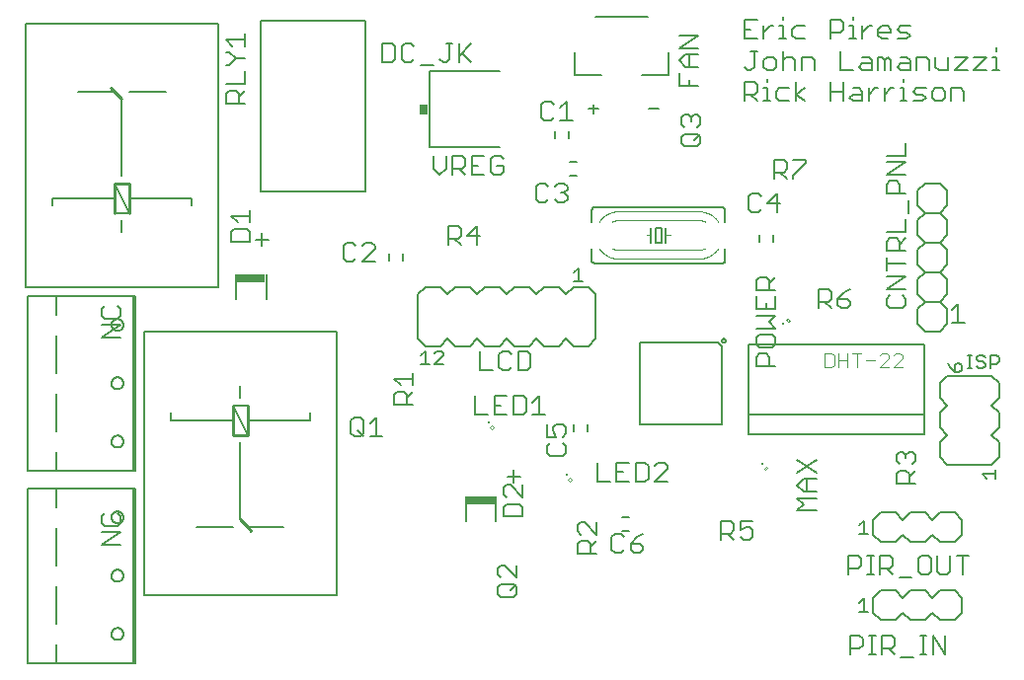
<source format=gto>
G75*
%MOIN*%
%OFA0B0*%
%FSLAX25Y25*%
%IPPOS*%
%LPD*%
%AMOC8*
5,1,8,0,0,1.08239X$1,22.5*
%
%ADD10C,0.00600*%
%ADD11C,0.00800*%
%ADD12R,0.09646X0.02657*%
%ADD13C,0.00500*%
%ADD14C,0.00400*%
%ADD15C,0.00700*%
%ADD16R,0.03000X0.03400*%
%ADD17C,0.00250*%
%ADD18C,0.00984*%
%ADD19C,0.00200*%
%ADD20C,0.01000*%
D10*
X0010800Y0001984D02*
X0020202Y0001984D01*
X0046202Y0001984D01*
X0046202Y0060984D01*
X0047001Y0060984D01*
X0047001Y0001984D01*
X0046202Y0001984D01*
X0039000Y0011785D02*
X0039002Y0011874D01*
X0039008Y0011963D01*
X0039018Y0012052D01*
X0039032Y0012140D01*
X0039049Y0012227D01*
X0039071Y0012313D01*
X0039097Y0012399D01*
X0039126Y0012483D01*
X0039159Y0012566D01*
X0039195Y0012647D01*
X0039236Y0012727D01*
X0039279Y0012804D01*
X0039326Y0012880D01*
X0039377Y0012953D01*
X0039430Y0013024D01*
X0039487Y0013093D01*
X0039547Y0013159D01*
X0039610Y0013223D01*
X0039675Y0013283D01*
X0039743Y0013341D01*
X0039814Y0013395D01*
X0039887Y0013446D01*
X0039962Y0013494D01*
X0040039Y0013539D01*
X0040118Y0013580D01*
X0040199Y0013617D01*
X0040281Y0013651D01*
X0040365Y0013682D01*
X0040450Y0013708D01*
X0040536Y0013731D01*
X0040623Y0013749D01*
X0040711Y0013764D01*
X0040800Y0013775D01*
X0040889Y0013782D01*
X0040978Y0013785D01*
X0041067Y0013784D01*
X0041156Y0013779D01*
X0041244Y0013770D01*
X0041333Y0013757D01*
X0041420Y0013740D01*
X0041507Y0013720D01*
X0041593Y0013695D01*
X0041677Y0013667D01*
X0041760Y0013635D01*
X0041842Y0013599D01*
X0041922Y0013560D01*
X0042000Y0013517D01*
X0042076Y0013471D01*
X0042150Y0013421D01*
X0042222Y0013368D01*
X0042291Y0013312D01*
X0042358Y0013253D01*
X0042422Y0013191D01*
X0042483Y0013127D01*
X0042542Y0013059D01*
X0042597Y0012989D01*
X0042649Y0012917D01*
X0042698Y0012842D01*
X0042743Y0012766D01*
X0042785Y0012687D01*
X0042823Y0012607D01*
X0042858Y0012525D01*
X0042889Y0012441D01*
X0042917Y0012356D01*
X0042940Y0012270D01*
X0042960Y0012183D01*
X0042976Y0012096D01*
X0042988Y0012007D01*
X0042996Y0011919D01*
X0043000Y0011830D01*
X0043000Y0011740D01*
X0042996Y0011651D01*
X0042988Y0011563D01*
X0042976Y0011474D01*
X0042960Y0011387D01*
X0042940Y0011300D01*
X0042917Y0011214D01*
X0042889Y0011129D01*
X0042858Y0011045D01*
X0042823Y0010963D01*
X0042785Y0010883D01*
X0042743Y0010804D01*
X0042698Y0010728D01*
X0042649Y0010653D01*
X0042597Y0010581D01*
X0042542Y0010511D01*
X0042483Y0010443D01*
X0042422Y0010379D01*
X0042358Y0010317D01*
X0042291Y0010258D01*
X0042222Y0010202D01*
X0042150Y0010149D01*
X0042076Y0010099D01*
X0042000Y0010053D01*
X0041922Y0010010D01*
X0041842Y0009971D01*
X0041760Y0009935D01*
X0041677Y0009903D01*
X0041593Y0009875D01*
X0041507Y0009850D01*
X0041420Y0009830D01*
X0041333Y0009813D01*
X0041244Y0009800D01*
X0041156Y0009791D01*
X0041067Y0009786D01*
X0040978Y0009785D01*
X0040889Y0009788D01*
X0040800Y0009795D01*
X0040711Y0009806D01*
X0040623Y0009821D01*
X0040536Y0009839D01*
X0040450Y0009862D01*
X0040365Y0009888D01*
X0040281Y0009919D01*
X0040199Y0009953D01*
X0040118Y0009990D01*
X0040039Y0010031D01*
X0039962Y0010076D01*
X0039887Y0010124D01*
X0039814Y0010175D01*
X0039743Y0010229D01*
X0039675Y0010287D01*
X0039610Y0010347D01*
X0039547Y0010411D01*
X0039487Y0010477D01*
X0039430Y0010546D01*
X0039377Y0010617D01*
X0039326Y0010690D01*
X0039279Y0010766D01*
X0039236Y0010843D01*
X0039195Y0010923D01*
X0039159Y0011004D01*
X0039126Y0011087D01*
X0039097Y0011171D01*
X0039071Y0011257D01*
X0039049Y0011343D01*
X0039032Y0011430D01*
X0039018Y0011518D01*
X0039008Y0011607D01*
X0039002Y0011696D01*
X0039000Y0011785D01*
X0049879Y0025000D02*
X0049879Y0114000D01*
X0114879Y0114000D01*
X0114879Y0025000D01*
X0049879Y0025000D01*
X0039000Y0031485D02*
X0039002Y0031574D01*
X0039008Y0031663D01*
X0039018Y0031752D01*
X0039032Y0031840D01*
X0039049Y0031927D01*
X0039071Y0032013D01*
X0039097Y0032099D01*
X0039126Y0032183D01*
X0039159Y0032266D01*
X0039195Y0032347D01*
X0039236Y0032427D01*
X0039279Y0032504D01*
X0039326Y0032580D01*
X0039377Y0032653D01*
X0039430Y0032724D01*
X0039487Y0032793D01*
X0039547Y0032859D01*
X0039610Y0032923D01*
X0039675Y0032983D01*
X0039743Y0033041D01*
X0039814Y0033095D01*
X0039887Y0033146D01*
X0039962Y0033194D01*
X0040039Y0033239D01*
X0040118Y0033280D01*
X0040199Y0033317D01*
X0040281Y0033351D01*
X0040365Y0033382D01*
X0040450Y0033408D01*
X0040536Y0033431D01*
X0040623Y0033449D01*
X0040711Y0033464D01*
X0040800Y0033475D01*
X0040889Y0033482D01*
X0040978Y0033485D01*
X0041067Y0033484D01*
X0041156Y0033479D01*
X0041244Y0033470D01*
X0041333Y0033457D01*
X0041420Y0033440D01*
X0041507Y0033420D01*
X0041593Y0033395D01*
X0041677Y0033367D01*
X0041760Y0033335D01*
X0041842Y0033299D01*
X0041922Y0033260D01*
X0042000Y0033217D01*
X0042076Y0033171D01*
X0042150Y0033121D01*
X0042222Y0033068D01*
X0042291Y0033012D01*
X0042358Y0032953D01*
X0042422Y0032891D01*
X0042483Y0032827D01*
X0042542Y0032759D01*
X0042597Y0032689D01*
X0042649Y0032617D01*
X0042698Y0032542D01*
X0042743Y0032466D01*
X0042785Y0032387D01*
X0042823Y0032307D01*
X0042858Y0032225D01*
X0042889Y0032141D01*
X0042917Y0032056D01*
X0042940Y0031970D01*
X0042960Y0031883D01*
X0042976Y0031796D01*
X0042988Y0031707D01*
X0042996Y0031619D01*
X0043000Y0031530D01*
X0043000Y0031440D01*
X0042996Y0031351D01*
X0042988Y0031263D01*
X0042976Y0031174D01*
X0042960Y0031087D01*
X0042940Y0031000D01*
X0042917Y0030914D01*
X0042889Y0030829D01*
X0042858Y0030745D01*
X0042823Y0030663D01*
X0042785Y0030583D01*
X0042743Y0030504D01*
X0042698Y0030428D01*
X0042649Y0030353D01*
X0042597Y0030281D01*
X0042542Y0030211D01*
X0042483Y0030143D01*
X0042422Y0030079D01*
X0042358Y0030017D01*
X0042291Y0029958D01*
X0042222Y0029902D01*
X0042150Y0029849D01*
X0042076Y0029799D01*
X0042000Y0029753D01*
X0041922Y0029710D01*
X0041842Y0029671D01*
X0041760Y0029635D01*
X0041677Y0029603D01*
X0041593Y0029575D01*
X0041507Y0029550D01*
X0041420Y0029530D01*
X0041333Y0029513D01*
X0041244Y0029500D01*
X0041156Y0029491D01*
X0041067Y0029486D01*
X0040978Y0029485D01*
X0040889Y0029488D01*
X0040800Y0029495D01*
X0040711Y0029506D01*
X0040623Y0029521D01*
X0040536Y0029539D01*
X0040450Y0029562D01*
X0040365Y0029588D01*
X0040281Y0029619D01*
X0040199Y0029653D01*
X0040118Y0029690D01*
X0040039Y0029731D01*
X0039962Y0029776D01*
X0039887Y0029824D01*
X0039814Y0029875D01*
X0039743Y0029929D01*
X0039675Y0029987D01*
X0039610Y0030047D01*
X0039547Y0030111D01*
X0039487Y0030177D01*
X0039430Y0030246D01*
X0039377Y0030317D01*
X0039326Y0030390D01*
X0039279Y0030466D01*
X0039236Y0030543D01*
X0039195Y0030623D01*
X0039159Y0030704D01*
X0039126Y0030787D01*
X0039097Y0030871D01*
X0039071Y0030957D01*
X0039049Y0031043D01*
X0039032Y0031130D01*
X0039018Y0031218D01*
X0039008Y0031307D01*
X0039002Y0031396D01*
X0039000Y0031485D01*
X0042079Y0041800D02*
X0035673Y0041800D01*
X0042079Y0046070D01*
X0035673Y0046070D01*
X0036741Y0048245D02*
X0041011Y0048245D01*
X0042079Y0049313D01*
X0042079Y0051448D01*
X0041011Y0052516D01*
X0039000Y0051185D02*
X0039002Y0051274D01*
X0039008Y0051363D01*
X0039018Y0051452D01*
X0039032Y0051540D01*
X0039049Y0051627D01*
X0039071Y0051713D01*
X0039097Y0051799D01*
X0039126Y0051883D01*
X0039159Y0051966D01*
X0039195Y0052047D01*
X0039236Y0052127D01*
X0039279Y0052204D01*
X0039326Y0052280D01*
X0039377Y0052353D01*
X0039430Y0052424D01*
X0039487Y0052493D01*
X0039547Y0052559D01*
X0039610Y0052623D01*
X0039675Y0052683D01*
X0039743Y0052741D01*
X0039814Y0052795D01*
X0039887Y0052846D01*
X0039962Y0052894D01*
X0040039Y0052939D01*
X0040118Y0052980D01*
X0040199Y0053017D01*
X0040281Y0053051D01*
X0040365Y0053082D01*
X0040450Y0053108D01*
X0040536Y0053131D01*
X0040623Y0053149D01*
X0040711Y0053164D01*
X0040800Y0053175D01*
X0040889Y0053182D01*
X0040978Y0053185D01*
X0041067Y0053184D01*
X0041156Y0053179D01*
X0041244Y0053170D01*
X0041333Y0053157D01*
X0041420Y0053140D01*
X0041507Y0053120D01*
X0041593Y0053095D01*
X0041677Y0053067D01*
X0041760Y0053035D01*
X0041842Y0052999D01*
X0041922Y0052960D01*
X0042000Y0052917D01*
X0042076Y0052871D01*
X0042150Y0052821D01*
X0042222Y0052768D01*
X0042291Y0052712D01*
X0042358Y0052653D01*
X0042422Y0052591D01*
X0042483Y0052527D01*
X0042542Y0052459D01*
X0042597Y0052389D01*
X0042649Y0052317D01*
X0042698Y0052242D01*
X0042743Y0052166D01*
X0042785Y0052087D01*
X0042823Y0052007D01*
X0042858Y0051925D01*
X0042889Y0051841D01*
X0042917Y0051756D01*
X0042940Y0051670D01*
X0042960Y0051583D01*
X0042976Y0051496D01*
X0042988Y0051407D01*
X0042996Y0051319D01*
X0043000Y0051230D01*
X0043000Y0051140D01*
X0042996Y0051051D01*
X0042988Y0050963D01*
X0042976Y0050874D01*
X0042960Y0050787D01*
X0042940Y0050700D01*
X0042917Y0050614D01*
X0042889Y0050529D01*
X0042858Y0050445D01*
X0042823Y0050363D01*
X0042785Y0050283D01*
X0042743Y0050204D01*
X0042698Y0050128D01*
X0042649Y0050053D01*
X0042597Y0049981D01*
X0042542Y0049911D01*
X0042483Y0049843D01*
X0042422Y0049779D01*
X0042358Y0049717D01*
X0042291Y0049658D01*
X0042222Y0049602D01*
X0042150Y0049549D01*
X0042076Y0049499D01*
X0042000Y0049453D01*
X0041922Y0049410D01*
X0041842Y0049371D01*
X0041760Y0049335D01*
X0041677Y0049303D01*
X0041593Y0049275D01*
X0041507Y0049250D01*
X0041420Y0049230D01*
X0041333Y0049213D01*
X0041244Y0049200D01*
X0041156Y0049191D01*
X0041067Y0049186D01*
X0040978Y0049185D01*
X0040889Y0049188D01*
X0040800Y0049195D01*
X0040711Y0049206D01*
X0040623Y0049221D01*
X0040536Y0049239D01*
X0040450Y0049262D01*
X0040365Y0049288D01*
X0040281Y0049319D01*
X0040199Y0049353D01*
X0040118Y0049390D01*
X0040039Y0049431D01*
X0039962Y0049476D01*
X0039887Y0049524D01*
X0039814Y0049575D01*
X0039743Y0049629D01*
X0039675Y0049687D01*
X0039610Y0049747D01*
X0039547Y0049811D01*
X0039487Y0049877D01*
X0039430Y0049946D01*
X0039377Y0050017D01*
X0039326Y0050090D01*
X0039279Y0050166D01*
X0039236Y0050243D01*
X0039195Y0050323D01*
X0039159Y0050404D01*
X0039126Y0050487D01*
X0039097Y0050571D01*
X0039071Y0050657D01*
X0039049Y0050743D01*
X0039032Y0050830D01*
X0039018Y0050918D01*
X0039008Y0051007D01*
X0039002Y0051096D01*
X0039000Y0051185D01*
X0036741Y0052516D02*
X0035673Y0051448D01*
X0035673Y0049313D01*
X0036741Y0048245D01*
X0020202Y0047685D02*
X0020202Y0034984D01*
X0020202Y0027984D02*
X0020202Y0015283D01*
X0020202Y0008283D02*
X0020202Y0001984D01*
X0010800Y0001984D02*
X0010800Y0060984D01*
X0020202Y0060984D01*
X0046202Y0060984D01*
X0046202Y0066984D02*
X0020202Y0066984D01*
X0010800Y0066984D01*
X0010800Y0125984D01*
X0020202Y0125984D01*
X0046202Y0125984D01*
X0047001Y0125984D01*
X0047001Y0066984D01*
X0046202Y0066984D01*
X0046202Y0125984D01*
X0042079Y0121448D02*
X0041011Y0122516D01*
X0042079Y0121448D02*
X0042079Y0119313D01*
X0041011Y0118245D01*
X0036741Y0118245D01*
X0035673Y0119313D01*
X0035673Y0121448D01*
X0036741Y0122516D01*
X0035673Y0116070D02*
X0042079Y0116070D01*
X0035673Y0111800D01*
X0042079Y0111800D01*
X0039000Y0116185D02*
X0039002Y0116274D01*
X0039008Y0116363D01*
X0039018Y0116452D01*
X0039032Y0116540D01*
X0039049Y0116627D01*
X0039071Y0116713D01*
X0039097Y0116799D01*
X0039126Y0116883D01*
X0039159Y0116966D01*
X0039195Y0117047D01*
X0039236Y0117127D01*
X0039279Y0117204D01*
X0039326Y0117280D01*
X0039377Y0117353D01*
X0039430Y0117424D01*
X0039487Y0117493D01*
X0039547Y0117559D01*
X0039610Y0117623D01*
X0039675Y0117683D01*
X0039743Y0117741D01*
X0039814Y0117795D01*
X0039887Y0117846D01*
X0039962Y0117894D01*
X0040039Y0117939D01*
X0040118Y0117980D01*
X0040199Y0118017D01*
X0040281Y0118051D01*
X0040365Y0118082D01*
X0040450Y0118108D01*
X0040536Y0118131D01*
X0040623Y0118149D01*
X0040711Y0118164D01*
X0040800Y0118175D01*
X0040889Y0118182D01*
X0040978Y0118185D01*
X0041067Y0118184D01*
X0041156Y0118179D01*
X0041244Y0118170D01*
X0041333Y0118157D01*
X0041420Y0118140D01*
X0041507Y0118120D01*
X0041593Y0118095D01*
X0041677Y0118067D01*
X0041760Y0118035D01*
X0041842Y0117999D01*
X0041922Y0117960D01*
X0042000Y0117917D01*
X0042076Y0117871D01*
X0042150Y0117821D01*
X0042222Y0117768D01*
X0042291Y0117712D01*
X0042358Y0117653D01*
X0042422Y0117591D01*
X0042483Y0117527D01*
X0042542Y0117459D01*
X0042597Y0117389D01*
X0042649Y0117317D01*
X0042698Y0117242D01*
X0042743Y0117166D01*
X0042785Y0117087D01*
X0042823Y0117007D01*
X0042858Y0116925D01*
X0042889Y0116841D01*
X0042917Y0116756D01*
X0042940Y0116670D01*
X0042960Y0116583D01*
X0042976Y0116496D01*
X0042988Y0116407D01*
X0042996Y0116319D01*
X0043000Y0116230D01*
X0043000Y0116140D01*
X0042996Y0116051D01*
X0042988Y0115963D01*
X0042976Y0115874D01*
X0042960Y0115787D01*
X0042940Y0115700D01*
X0042917Y0115614D01*
X0042889Y0115529D01*
X0042858Y0115445D01*
X0042823Y0115363D01*
X0042785Y0115283D01*
X0042743Y0115204D01*
X0042698Y0115128D01*
X0042649Y0115053D01*
X0042597Y0114981D01*
X0042542Y0114911D01*
X0042483Y0114843D01*
X0042422Y0114779D01*
X0042358Y0114717D01*
X0042291Y0114658D01*
X0042222Y0114602D01*
X0042150Y0114549D01*
X0042076Y0114499D01*
X0042000Y0114453D01*
X0041922Y0114410D01*
X0041842Y0114371D01*
X0041760Y0114335D01*
X0041677Y0114303D01*
X0041593Y0114275D01*
X0041507Y0114250D01*
X0041420Y0114230D01*
X0041333Y0114213D01*
X0041244Y0114200D01*
X0041156Y0114191D01*
X0041067Y0114186D01*
X0040978Y0114185D01*
X0040889Y0114188D01*
X0040800Y0114195D01*
X0040711Y0114206D01*
X0040623Y0114221D01*
X0040536Y0114239D01*
X0040450Y0114262D01*
X0040365Y0114288D01*
X0040281Y0114319D01*
X0040199Y0114353D01*
X0040118Y0114390D01*
X0040039Y0114431D01*
X0039962Y0114476D01*
X0039887Y0114524D01*
X0039814Y0114575D01*
X0039743Y0114629D01*
X0039675Y0114687D01*
X0039610Y0114747D01*
X0039547Y0114811D01*
X0039487Y0114877D01*
X0039430Y0114946D01*
X0039377Y0115017D01*
X0039326Y0115090D01*
X0039279Y0115166D01*
X0039236Y0115243D01*
X0039195Y0115323D01*
X0039159Y0115404D01*
X0039126Y0115487D01*
X0039097Y0115571D01*
X0039071Y0115657D01*
X0039049Y0115743D01*
X0039032Y0115830D01*
X0039018Y0115918D01*
X0039008Y0116007D01*
X0039002Y0116096D01*
X0039000Y0116185D01*
X0020202Y0112685D02*
X0020202Y0099984D01*
X0020202Y0092984D02*
X0020202Y0080283D01*
X0020202Y0073283D02*
X0020202Y0066984D01*
X0020202Y0060984D02*
X0020202Y0054685D01*
X0039000Y0076785D02*
X0039002Y0076874D01*
X0039008Y0076963D01*
X0039018Y0077052D01*
X0039032Y0077140D01*
X0039049Y0077227D01*
X0039071Y0077313D01*
X0039097Y0077399D01*
X0039126Y0077483D01*
X0039159Y0077566D01*
X0039195Y0077647D01*
X0039236Y0077727D01*
X0039279Y0077804D01*
X0039326Y0077880D01*
X0039377Y0077953D01*
X0039430Y0078024D01*
X0039487Y0078093D01*
X0039547Y0078159D01*
X0039610Y0078223D01*
X0039675Y0078283D01*
X0039743Y0078341D01*
X0039814Y0078395D01*
X0039887Y0078446D01*
X0039962Y0078494D01*
X0040039Y0078539D01*
X0040118Y0078580D01*
X0040199Y0078617D01*
X0040281Y0078651D01*
X0040365Y0078682D01*
X0040450Y0078708D01*
X0040536Y0078731D01*
X0040623Y0078749D01*
X0040711Y0078764D01*
X0040800Y0078775D01*
X0040889Y0078782D01*
X0040978Y0078785D01*
X0041067Y0078784D01*
X0041156Y0078779D01*
X0041244Y0078770D01*
X0041333Y0078757D01*
X0041420Y0078740D01*
X0041507Y0078720D01*
X0041593Y0078695D01*
X0041677Y0078667D01*
X0041760Y0078635D01*
X0041842Y0078599D01*
X0041922Y0078560D01*
X0042000Y0078517D01*
X0042076Y0078471D01*
X0042150Y0078421D01*
X0042222Y0078368D01*
X0042291Y0078312D01*
X0042358Y0078253D01*
X0042422Y0078191D01*
X0042483Y0078127D01*
X0042542Y0078059D01*
X0042597Y0077989D01*
X0042649Y0077917D01*
X0042698Y0077842D01*
X0042743Y0077766D01*
X0042785Y0077687D01*
X0042823Y0077607D01*
X0042858Y0077525D01*
X0042889Y0077441D01*
X0042917Y0077356D01*
X0042940Y0077270D01*
X0042960Y0077183D01*
X0042976Y0077096D01*
X0042988Y0077007D01*
X0042996Y0076919D01*
X0043000Y0076830D01*
X0043000Y0076740D01*
X0042996Y0076651D01*
X0042988Y0076563D01*
X0042976Y0076474D01*
X0042960Y0076387D01*
X0042940Y0076300D01*
X0042917Y0076214D01*
X0042889Y0076129D01*
X0042858Y0076045D01*
X0042823Y0075963D01*
X0042785Y0075883D01*
X0042743Y0075804D01*
X0042698Y0075728D01*
X0042649Y0075653D01*
X0042597Y0075581D01*
X0042542Y0075511D01*
X0042483Y0075443D01*
X0042422Y0075379D01*
X0042358Y0075317D01*
X0042291Y0075258D01*
X0042222Y0075202D01*
X0042150Y0075149D01*
X0042076Y0075099D01*
X0042000Y0075053D01*
X0041922Y0075010D01*
X0041842Y0074971D01*
X0041760Y0074935D01*
X0041677Y0074903D01*
X0041593Y0074875D01*
X0041507Y0074850D01*
X0041420Y0074830D01*
X0041333Y0074813D01*
X0041244Y0074800D01*
X0041156Y0074791D01*
X0041067Y0074786D01*
X0040978Y0074785D01*
X0040889Y0074788D01*
X0040800Y0074795D01*
X0040711Y0074806D01*
X0040623Y0074821D01*
X0040536Y0074839D01*
X0040450Y0074862D01*
X0040365Y0074888D01*
X0040281Y0074919D01*
X0040199Y0074953D01*
X0040118Y0074990D01*
X0040039Y0075031D01*
X0039962Y0075076D01*
X0039887Y0075124D01*
X0039814Y0075175D01*
X0039743Y0075229D01*
X0039675Y0075287D01*
X0039610Y0075347D01*
X0039547Y0075411D01*
X0039487Y0075477D01*
X0039430Y0075546D01*
X0039377Y0075617D01*
X0039326Y0075690D01*
X0039279Y0075766D01*
X0039236Y0075843D01*
X0039195Y0075923D01*
X0039159Y0076004D01*
X0039126Y0076087D01*
X0039097Y0076171D01*
X0039071Y0076257D01*
X0039049Y0076343D01*
X0039032Y0076430D01*
X0039018Y0076518D01*
X0039008Y0076607D01*
X0039002Y0076696D01*
X0039000Y0076785D01*
X0058879Y0084000D02*
X0058879Y0086500D01*
X0058879Y0084000D02*
X0079879Y0084000D01*
X0084879Y0084000D02*
X0105879Y0084000D01*
X0105879Y0086500D01*
X0119788Y0083888D02*
X0119788Y0079618D01*
X0120855Y0078550D01*
X0122990Y0078550D01*
X0124058Y0079618D01*
X0124058Y0083888D01*
X0122990Y0084955D01*
X0120855Y0084955D01*
X0119788Y0083888D01*
X0121923Y0080685D02*
X0124058Y0078550D01*
X0126233Y0078550D02*
X0130504Y0078550D01*
X0128368Y0078550D02*
X0128368Y0084955D01*
X0126233Y0082820D01*
X0134423Y0089300D02*
X0134423Y0092503D01*
X0135491Y0093570D01*
X0137626Y0093570D01*
X0138694Y0092503D01*
X0138694Y0089300D01*
X0140829Y0089300D02*
X0134423Y0089300D01*
X0138694Y0091435D02*
X0140829Y0093570D01*
X0140829Y0095745D02*
X0140829Y0100016D01*
X0140829Y0097881D02*
X0134423Y0097881D01*
X0136558Y0095745D01*
X0144879Y0109000D02*
X0142379Y0111500D01*
X0142379Y0126500D01*
X0144879Y0129000D01*
X0149879Y0129000D01*
X0152379Y0126500D01*
X0154879Y0129000D01*
X0159879Y0129000D01*
X0162379Y0126500D01*
X0164879Y0129000D01*
X0169879Y0129000D01*
X0172379Y0126500D01*
X0174879Y0129000D01*
X0179879Y0129000D01*
X0182379Y0126500D01*
X0184879Y0129000D01*
X0189879Y0129000D01*
X0192379Y0126500D01*
X0194879Y0129000D01*
X0199879Y0129000D01*
X0202379Y0126500D01*
X0202379Y0111500D01*
X0199879Y0109000D01*
X0194879Y0109000D01*
X0192379Y0111500D01*
X0189879Y0109000D01*
X0184879Y0109000D01*
X0182379Y0111500D01*
X0179879Y0109000D01*
X0174879Y0109000D01*
X0172379Y0111500D01*
X0169879Y0109000D01*
X0164879Y0109000D01*
X0162379Y0111500D01*
X0159879Y0109000D01*
X0154879Y0109000D01*
X0152379Y0111500D01*
X0149879Y0109000D01*
X0144879Y0109000D01*
X0161773Y0092142D02*
X0161773Y0085737D01*
X0166044Y0085737D01*
X0168219Y0085737D02*
X0172489Y0085737D01*
X0174664Y0085737D02*
X0177867Y0085737D01*
X0178935Y0086805D01*
X0178935Y0091075D01*
X0177867Y0092142D01*
X0174664Y0092142D01*
X0174664Y0085737D01*
X0181110Y0085737D02*
X0185380Y0085737D01*
X0183245Y0085737D02*
X0183245Y0092142D01*
X0181110Y0090007D01*
X0172489Y0092142D02*
X0168219Y0092142D01*
X0168219Y0085737D01*
X0168219Y0088940D02*
X0170354Y0088940D01*
X0185923Y0082625D02*
X0185923Y0078354D01*
X0189126Y0078354D01*
X0188058Y0080490D01*
X0188058Y0081557D01*
X0189126Y0082625D01*
X0191261Y0082625D01*
X0192329Y0081557D01*
X0192329Y0079422D01*
X0191261Y0078354D01*
X0191261Y0076179D02*
X0192329Y0075112D01*
X0192329Y0072977D01*
X0191261Y0071909D01*
X0186991Y0071909D01*
X0185923Y0072977D01*
X0185923Y0075112D01*
X0186991Y0076179D01*
X0195017Y0080319D02*
X0195017Y0082681D01*
X0199741Y0082681D02*
X0199741Y0080319D01*
X0203023Y0069642D02*
X0203023Y0063237D01*
X0207294Y0063237D01*
X0209469Y0063237D02*
X0213739Y0063237D01*
X0215914Y0063237D02*
X0219117Y0063237D01*
X0220185Y0064305D01*
X0220185Y0068575D01*
X0219117Y0069642D01*
X0215914Y0069642D01*
X0215914Y0063237D01*
X0211604Y0066440D02*
X0209469Y0066440D01*
X0209469Y0069642D02*
X0209469Y0063237D01*
X0209469Y0069642D02*
X0213739Y0069642D01*
X0222360Y0068575D02*
X0223427Y0069642D01*
X0225562Y0069642D01*
X0226630Y0068575D01*
X0226630Y0067507D01*
X0222360Y0063237D01*
X0226630Y0063237D01*
X0213560Y0051362D02*
X0211198Y0051362D01*
X0211198Y0046638D02*
X0213560Y0046638D01*
X0212058Y0044388D02*
X0210990Y0045455D01*
X0208855Y0045455D01*
X0207788Y0044388D01*
X0207788Y0040118D01*
X0208855Y0039050D01*
X0210990Y0039050D01*
X0212058Y0040118D01*
X0214233Y0040118D02*
X0215301Y0039050D01*
X0217436Y0039050D01*
X0218504Y0040118D01*
X0218504Y0041185D01*
X0217436Y0042253D01*
X0214233Y0042253D01*
X0214233Y0040118D01*
X0214233Y0042253D02*
X0216368Y0044388D01*
X0218504Y0045455D01*
X0202829Y0045354D02*
X0198558Y0049625D01*
X0197491Y0049625D01*
X0196423Y0048557D01*
X0196423Y0046422D01*
X0197491Y0045354D01*
X0197491Y0043179D02*
X0199626Y0043179D01*
X0200694Y0042112D01*
X0200694Y0038909D01*
X0202829Y0038909D02*
X0196423Y0038909D01*
X0196423Y0042112D01*
X0197491Y0043179D01*
X0200694Y0041044D02*
X0202829Y0043179D01*
X0202829Y0045354D02*
X0202829Y0049625D01*
X0177829Y0051409D02*
X0177829Y0054612D01*
X0176761Y0055679D01*
X0172491Y0055679D01*
X0171423Y0054612D01*
X0171423Y0051409D01*
X0177829Y0051409D01*
X0177829Y0057854D02*
X0173558Y0062125D01*
X0172491Y0062125D01*
X0171423Y0061057D01*
X0171423Y0058922D01*
X0172491Y0057854D01*
X0177829Y0057854D02*
X0177829Y0062125D01*
X0176949Y0065003D02*
X0172679Y0065003D01*
X0174814Y0067138D02*
X0174814Y0062868D01*
X0175829Y0035016D02*
X0175829Y0030745D01*
X0171558Y0035016D01*
X0170491Y0035016D01*
X0169423Y0033948D01*
X0169423Y0031813D01*
X0170491Y0030745D01*
X0170491Y0028570D02*
X0174761Y0028570D01*
X0175829Y0027503D01*
X0175829Y0025368D01*
X0174761Y0024300D01*
X0170491Y0024300D01*
X0169423Y0025368D01*
X0169423Y0027503D01*
X0170491Y0028570D01*
X0173694Y0026435D02*
X0175829Y0028570D01*
X0244788Y0043550D02*
X0244788Y0049955D01*
X0247990Y0049955D01*
X0249058Y0048888D01*
X0249058Y0046753D01*
X0247990Y0045685D01*
X0244788Y0045685D01*
X0246923Y0045685D02*
X0249058Y0043550D01*
X0251233Y0044618D02*
X0252301Y0043550D01*
X0254436Y0043550D01*
X0255504Y0044618D01*
X0255504Y0046753D01*
X0254436Y0047820D01*
X0253368Y0047820D01*
X0251233Y0046753D01*
X0251233Y0049955D01*
X0255504Y0049955D01*
X0270486Y0053394D02*
X0272621Y0055530D01*
X0270486Y0057665D01*
X0276892Y0057665D01*
X0276892Y0059840D02*
X0272621Y0059840D01*
X0270486Y0061975D01*
X0272621Y0064110D01*
X0276892Y0064110D01*
X0276892Y0066285D02*
X0270486Y0070556D01*
X0270486Y0066285D02*
X0276892Y0070556D01*
X0273689Y0064110D02*
X0273689Y0059840D01*
X0276892Y0053394D02*
X0270486Y0053394D01*
X0287679Y0038205D02*
X0290881Y0038205D01*
X0291949Y0037138D01*
X0291949Y0035003D01*
X0290881Y0033935D01*
X0287679Y0033935D01*
X0287679Y0031800D02*
X0287679Y0038205D01*
X0294124Y0038205D02*
X0296259Y0038205D01*
X0295192Y0038205D02*
X0295192Y0031800D01*
X0296259Y0031800D02*
X0294124Y0031800D01*
X0298421Y0031800D02*
X0298421Y0038205D01*
X0301624Y0038205D01*
X0302692Y0037138D01*
X0302692Y0035003D01*
X0301624Y0033935D01*
X0298421Y0033935D01*
X0300556Y0033935D02*
X0302692Y0031800D01*
X0304867Y0030732D02*
X0309137Y0030732D01*
X0311312Y0032868D02*
X0312380Y0031800D01*
X0314515Y0031800D01*
X0315583Y0032868D01*
X0315583Y0037138D01*
X0314515Y0038205D01*
X0312380Y0038205D01*
X0311312Y0037138D01*
X0311312Y0032868D01*
X0317758Y0032868D02*
X0317758Y0038205D01*
X0322028Y0038205D02*
X0322028Y0032868D01*
X0320960Y0031800D01*
X0318825Y0031800D01*
X0317758Y0032868D01*
X0324203Y0038205D02*
X0328474Y0038205D01*
X0326338Y0038205D02*
X0326338Y0031800D01*
X0323629Y0026500D02*
X0318629Y0026500D01*
X0316129Y0024000D01*
X0313629Y0026500D01*
X0308629Y0026500D01*
X0306129Y0024000D01*
X0303629Y0026500D01*
X0298629Y0026500D01*
X0296129Y0024000D01*
X0296129Y0019000D01*
X0298629Y0016500D01*
X0303629Y0016500D01*
X0306129Y0019000D01*
X0308629Y0016500D01*
X0313629Y0016500D01*
X0316129Y0019000D01*
X0318629Y0016500D01*
X0323629Y0016500D01*
X0326129Y0019000D01*
X0326129Y0024000D01*
X0323629Y0026500D01*
X0320503Y0011205D02*
X0320503Y0004800D01*
X0316233Y0011205D01*
X0316233Y0004800D01*
X0314071Y0004800D02*
X0311936Y0004800D01*
X0313004Y0004800D02*
X0313004Y0011205D01*
X0314071Y0011205D02*
X0311936Y0011205D01*
X0309761Y0003732D02*
X0305491Y0003732D01*
X0303316Y0004800D02*
X0301180Y0006935D01*
X0302248Y0006935D02*
X0299045Y0006935D01*
X0299045Y0004800D02*
X0299045Y0011205D01*
X0302248Y0011205D01*
X0303316Y0010138D01*
X0303316Y0008003D01*
X0302248Y0006935D01*
X0296883Y0004800D02*
X0294748Y0004800D01*
X0295816Y0004800D02*
X0295816Y0011205D01*
X0296883Y0011205D02*
X0294748Y0011205D01*
X0292573Y0010138D02*
X0292573Y0008003D01*
X0291505Y0006935D01*
X0288303Y0006935D01*
X0288303Y0004800D02*
X0288303Y0011205D01*
X0291505Y0011205D01*
X0292573Y0010138D01*
X0298629Y0042750D02*
X0303629Y0042750D01*
X0306129Y0045250D01*
X0308629Y0042750D01*
X0313629Y0042750D01*
X0316129Y0045250D01*
X0318629Y0042750D01*
X0323629Y0042750D01*
X0326129Y0045250D01*
X0326129Y0050250D01*
X0323629Y0052750D01*
X0318629Y0052750D01*
X0316129Y0050250D01*
X0313629Y0052750D01*
X0308629Y0052750D01*
X0306129Y0050250D01*
X0303629Y0052750D01*
X0298629Y0052750D01*
X0296129Y0050250D01*
X0296129Y0045250D01*
X0298629Y0042750D01*
X0303923Y0062659D02*
X0303923Y0065862D01*
X0304991Y0066929D01*
X0307126Y0066929D01*
X0308194Y0065862D01*
X0308194Y0062659D01*
X0310329Y0062659D02*
X0303923Y0062659D01*
X0308194Y0064794D02*
X0310329Y0066929D01*
X0309261Y0069104D02*
X0310329Y0070172D01*
X0310329Y0072307D01*
X0309261Y0073375D01*
X0308194Y0073375D01*
X0307126Y0072307D01*
X0307126Y0071240D01*
X0307126Y0072307D02*
X0306058Y0073375D01*
X0304991Y0073375D01*
X0303923Y0072307D01*
X0303923Y0070172D01*
X0304991Y0069104D01*
X0318629Y0071500D02*
X0321129Y0069000D01*
X0336129Y0069000D01*
X0338629Y0071500D01*
X0338629Y0076500D01*
X0336129Y0079000D01*
X0338629Y0081500D01*
X0338629Y0086500D01*
X0336129Y0089000D01*
X0338629Y0091500D01*
X0338629Y0096500D01*
X0336129Y0099000D01*
X0321129Y0099000D01*
X0318629Y0096500D01*
X0318629Y0091500D01*
X0321129Y0089000D01*
X0318629Y0086500D01*
X0318629Y0081500D01*
X0321129Y0079000D01*
X0318629Y0076500D01*
X0318629Y0071500D01*
X0263142Y0102144D02*
X0256736Y0102144D01*
X0256736Y0105347D01*
X0257804Y0106415D01*
X0259939Y0106415D01*
X0261007Y0105347D01*
X0261007Y0102144D01*
X0262074Y0108590D02*
X0257804Y0108590D01*
X0256736Y0109658D01*
X0256736Y0111793D01*
X0257804Y0112860D01*
X0262074Y0112860D01*
X0263142Y0111793D01*
X0263142Y0109658D01*
X0262074Y0108590D01*
X0263142Y0115035D02*
X0256736Y0115035D01*
X0261007Y0117171D02*
X0263142Y0119306D01*
X0256736Y0119306D01*
X0256736Y0121481D02*
X0263142Y0121481D01*
X0263142Y0125751D01*
X0263142Y0127926D02*
X0256736Y0127926D01*
X0256736Y0131129D01*
X0257804Y0132197D01*
X0259939Y0132197D01*
X0261007Y0131129D01*
X0261007Y0127926D01*
X0261007Y0130062D02*
X0263142Y0132197D01*
X0256736Y0125751D02*
X0256736Y0121481D01*
X0259939Y0121481D02*
X0259939Y0123616D01*
X0261007Y0117171D02*
X0263142Y0115035D01*
X0277679Y0121800D02*
X0277679Y0128205D01*
X0280881Y0128205D01*
X0281949Y0127138D01*
X0281949Y0125003D01*
X0280881Y0123935D01*
X0277679Y0123935D01*
X0279814Y0123935D02*
X0281949Y0121800D01*
X0284124Y0122868D02*
X0284124Y0125003D01*
X0287327Y0125003D01*
X0288395Y0123935D01*
X0288395Y0122868D01*
X0287327Y0121800D01*
X0285192Y0121800D01*
X0284124Y0122868D01*
X0284124Y0125003D02*
X0286259Y0127138D01*
X0288395Y0128205D01*
X0300673Y0128245D02*
X0307079Y0132516D01*
X0300673Y0132516D01*
X0300673Y0134691D02*
X0300673Y0138961D01*
X0300673Y0136826D02*
X0307079Y0136826D01*
X0311129Y0136500D02*
X0313629Y0134000D01*
X0318629Y0134000D01*
X0321129Y0131500D01*
X0321129Y0126500D01*
X0318629Y0124000D01*
X0321129Y0121500D01*
X0321129Y0116500D01*
X0318629Y0114000D01*
X0313629Y0114000D01*
X0311129Y0116500D01*
X0311129Y0121500D01*
X0313629Y0124000D01*
X0311129Y0126500D01*
X0311129Y0131500D01*
X0313629Y0134000D01*
X0311129Y0136500D02*
X0311129Y0141500D01*
X0313629Y0144000D01*
X0311129Y0146500D01*
X0311129Y0151500D01*
X0313629Y0154000D01*
X0311129Y0156500D01*
X0311129Y0161500D01*
X0313629Y0164000D01*
X0318629Y0164000D01*
X0321129Y0161500D01*
X0321129Y0156500D01*
X0318629Y0154000D01*
X0321129Y0151500D01*
X0321129Y0146500D01*
X0318629Y0144000D01*
X0321129Y0141500D01*
X0321129Y0136500D01*
X0318629Y0134000D01*
X0307079Y0128245D02*
X0300673Y0128245D01*
X0301741Y0126070D02*
X0300673Y0125003D01*
X0300673Y0122868D01*
X0301741Y0121800D01*
X0306011Y0121800D01*
X0307079Y0122868D01*
X0307079Y0125003D01*
X0306011Y0126070D01*
X0313629Y0124000D02*
X0318629Y0124000D01*
X0322679Y0121070D02*
X0324814Y0123205D01*
X0324814Y0116800D01*
X0322679Y0116800D02*
X0326949Y0116800D01*
X0307079Y0141136D02*
X0300673Y0141136D01*
X0300673Y0144339D01*
X0301741Y0145407D01*
X0303876Y0145407D01*
X0304944Y0144339D01*
X0304944Y0141136D01*
X0304944Y0143272D02*
X0307079Y0145407D01*
X0307079Y0147582D02*
X0307079Y0151852D01*
X0308146Y0154027D02*
X0308146Y0158298D01*
X0307079Y0160473D02*
X0300673Y0160473D01*
X0300673Y0163676D01*
X0301741Y0164743D01*
X0303876Y0164743D01*
X0304944Y0163676D01*
X0304944Y0160473D01*
X0313629Y0154000D02*
X0318629Y0154000D01*
X0307079Y0147582D02*
X0300673Y0147582D01*
X0313629Y0144000D02*
X0318629Y0144000D01*
X0307079Y0166918D02*
X0300673Y0166918D01*
X0307079Y0171189D01*
X0300673Y0171189D01*
X0300673Y0173364D02*
X0307079Y0173364D01*
X0307079Y0177634D01*
X0307452Y0191800D02*
X0305317Y0191800D01*
X0306385Y0191800D02*
X0306385Y0196070D01*
X0305317Y0196070D01*
X0303148Y0196070D02*
X0302081Y0196070D01*
X0299946Y0193935D01*
X0299946Y0191800D02*
X0299946Y0196070D01*
X0297777Y0196070D02*
X0296710Y0196070D01*
X0294574Y0193935D01*
X0294574Y0191800D02*
X0294574Y0196070D01*
X0292399Y0195003D02*
X0292399Y0191800D01*
X0289197Y0191800D01*
X0288129Y0192868D01*
X0289197Y0193935D01*
X0292399Y0193935D01*
X0292399Y0195003D02*
X0291332Y0196070D01*
X0289197Y0196070D01*
X0285954Y0195003D02*
X0281683Y0195003D01*
X0281683Y0198205D02*
X0281683Y0191800D01*
X0285954Y0191800D02*
X0285954Y0198205D01*
X0284906Y0202300D02*
X0289177Y0202300D01*
X0291352Y0203368D02*
X0292419Y0204435D01*
X0295622Y0204435D01*
X0295622Y0205503D02*
X0295622Y0202300D01*
X0292419Y0202300D01*
X0291352Y0203368D01*
X0292419Y0206570D02*
X0294554Y0206570D01*
X0295622Y0205503D01*
X0297797Y0206570D02*
X0298865Y0206570D01*
X0299932Y0205503D01*
X0301000Y0206570D01*
X0302068Y0205503D01*
X0302068Y0202300D01*
X0299932Y0202300D02*
X0299932Y0205503D01*
X0297797Y0206570D02*
X0297797Y0202300D01*
X0304243Y0203368D02*
X0305310Y0202300D01*
X0308513Y0202300D01*
X0308513Y0205503D01*
X0307445Y0206570D01*
X0305310Y0206570D01*
X0305310Y0204435D02*
X0308513Y0204435D01*
X0310688Y0202300D02*
X0310688Y0206570D01*
X0313891Y0206570D01*
X0314959Y0205503D01*
X0314959Y0202300D01*
X0317134Y0203368D02*
X0318201Y0202300D01*
X0321404Y0202300D01*
X0321404Y0206570D01*
X0323579Y0206570D02*
X0327850Y0206570D01*
X0323579Y0202300D01*
X0327850Y0202300D01*
X0330025Y0202300D02*
X0334295Y0202300D01*
X0336470Y0202300D02*
X0338605Y0202300D01*
X0337538Y0202300D02*
X0337538Y0206570D01*
X0336470Y0206570D01*
X0334295Y0206570D02*
X0330025Y0202300D01*
X0330025Y0206570D02*
X0334295Y0206570D01*
X0337538Y0208705D02*
X0337538Y0209773D01*
X0325708Y0196070D02*
X0322505Y0196070D01*
X0322505Y0191800D01*
X0320330Y0192868D02*
X0320330Y0195003D01*
X0319262Y0196070D01*
X0317127Y0196070D01*
X0316059Y0195003D01*
X0316059Y0192868D01*
X0317127Y0191800D01*
X0319262Y0191800D01*
X0320330Y0192868D01*
X0325708Y0196070D02*
X0326775Y0195003D01*
X0326775Y0191800D01*
X0313884Y0192868D02*
X0312817Y0193935D01*
X0310682Y0193935D01*
X0309614Y0195003D01*
X0310682Y0196070D01*
X0313884Y0196070D01*
X0313884Y0192868D02*
X0312817Y0191800D01*
X0309614Y0191800D01*
X0306385Y0198205D02*
X0306385Y0199273D01*
X0304243Y0203368D02*
X0305310Y0204435D01*
X0317134Y0203368D02*
X0317134Y0206570D01*
X0308513Y0213868D02*
X0307445Y0214935D01*
X0305310Y0214935D01*
X0304243Y0216003D01*
X0305310Y0217070D01*
X0308513Y0217070D01*
X0308513Y0213868D02*
X0307445Y0212800D01*
X0304243Y0212800D01*
X0302068Y0214935D02*
X0297797Y0214935D01*
X0297797Y0213868D02*
X0297797Y0216003D01*
X0298865Y0217070D01*
X0301000Y0217070D01*
X0302068Y0216003D01*
X0302068Y0214935D01*
X0301000Y0212800D02*
X0298865Y0212800D01*
X0297797Y0213868D01*
X0295629Y0217070D02*
X0294561Y0217070D01*
X0292426Y0214935D01*
X0292426Y0212800D02*
X0292426Y0217070D01*
X0289197Y0217070D02*
X0289197Y0212800D01*
X0290264Y0212800D02*
X0288129Y0212800D01*
X0285954Y0216003D02*
X0284886Y0214935D01*
X0281683Y0214935D01*
X0281683Y0212800D02*
X0281683Y0219205D01*
X0284886Y0219205D01*
X0285954Y0218138D01*
X0285954Y0216003D01*
X0288129Y0217070D02*
X0289197Y0217070D01*
X0289197Y0219205D02*
X0289197Y0220273D01*
X0273063Y0217070D02*
X0269860Y0217070D01*
X0268792Y0216003D01*
X0268792Y0213868D01*
X0269860Y0212800D01*
X0273063Y0212800D01*
X0266631Y0212800D02*
X0264495Y0212800D01*
X0265563Y0212800D02*
X0265563Y0217070D01*
X0264495Y0217070D01*
X0262327Y0217070D02*
X0261259Y0217070D01*
X0259124Y0214935D01*
X0259124Y0212800D02*
X0259124Y0217070D01*
X0256949Y0219205D02*
X0252679Y0219205D01*
X0252679Y0212800D01*
X0256949Y0212800D01*
X0254814Y0216003D02*
X0252679Y0216003D01*
X0254814Y0208705D02*
X0256949Y0208705D01*
X0255881Y0208705D02*
X0255881Y0203368D01*
X0254814Y0202300D01*
X0253746Y0202300D01*
X0252679Y0203368D01*
X0252679Y0198205D02*
X0255881Y0198205D01*
X0256949Y0197138D01*
X0256949Y0195003D01*
X0255881Y0193935D01*
X0252679Y0193935D01*
X0254814Y0193935D02*
X0256949Y0191800D01*
X0259124Y0191800D02*
X0261259Y0191800D01*
X0260192Y0191800D02*
X0260192Y0196070D01*
X0259124Y0196070D01*
X0260192Y0198205D02*
X0260192Y0199273D01*
X0260192Y0202300D02*
X0259124Y0203368D01*
X0259124Y0205503D01*
X0260192Y0206570D01*
X0262327Y0206570D01*
X0263395Y0205503D01*
X0263395Y0203368D01*
X0262327Y0202300D01*
X0260192Y0202300D01*
X0265570Y0202300D02*
X0265570Y0208705D01*
X0266637Y0206570D02*
X0268772Y0206570D01*
X0269840Y0205503D01*
X0269840Y0202300D01*
X0272015Y0202300D02*
X0272015Y0206570D01*
X0275218Y0206570D01*
X0276286Y0205503D01*
X0276286Y0202300D01*
X0273069Y0196070D02*
X0269867Y0193935D01*
X0273069Y0191800D01*
X0269867Y0191800D02*
X0269867Y0198205D01*
X0267692Y0196070D02*
X0264489Y0196070D01*
X0263421Y0195003D01*
X0263421Y0192868D01*
X0264489Y0191800D01*
X0267692Y0191800D01*
X0252679Y0191800D02*
X0252679Y0198205D01*
X0265570Y0205503D02*
X0266637Y0206570D01*
X0284906Y0208705D02*
X0284906Y0202300D01*
X0265563Y0219205D02*
X0265563Y0220273D01*
X0237079Y0213961D02*
X0230673Y0213961D01*
X0230673Y0209691D02*
X0237079Y0213961D01*
X0237079Y0209691D02*
X0230673Y0209691D01*
X0232808Y0207516D02*
X0237079Y0207516D01*
X0233876Y0207516D02*
X0233876Y0203245D01*
X0232808Y0203245D02*
X0237079Y0203245D01*
X0232808Y0203245D02*
X0230673Y0205381D01*
X0232808Y0207516D01*
X0230673Y0201070D02*
X0230673Y0196800D01*
X0237079Y0196800D01*
X0233876Y0196800D02*
X0233876Y0198935D01*
X0233558Y0187125D02*
X0234626Y0186057D01*
X0235694Y0187125D01*
X0236761Y0187125D01*
X0237829Y0186057D01*
X0237829Y0183922D01*
X0236761Y0182854D01*
X0236761Y0180679D02*
X0232491Y0180679D01*
X0231423Y0179612D01*
X0231423Y0177477D01*
X0232491Y0176409D01*
X0236761Y0176409D01*
X0237829Y0177477D01*
X0237829Y0179612D01*
X0236761Y0180679D01*
X0237829Y0180679D02*
X0235694Y0178544D01*
X0232491Y0182854D02*
X0231423Y0183922D01*
X0231423Y0186057D01*
X0232491Y0187125D01*
X0233558Y0187125D01*
X0234626Y0186057D02*
X0234626Y0184990D01*
X0262679Y0171955D02*
X0262679Y0165550D01*
X0262679Y0167685D02*
X0265881Y0167685D01*
X0266949Y0168753D01*
X0266949Y0170888D01*
X0265881Y0171955D01*
X0262679Y0171955D01*
X0264814Y0167685D02*
X0266949Y0165550D01*
X0269124Y0165550D02*
X0269124Y0166618D01*
X0273395Y0170888D01*
X0273395Y0171955D01*
X0269124Y0171955D01*
X0263686Y0160455D02*
X0260483Y0157253D01*
X0264754Y0157253D01*
X0263686Y0160455D02*
X0263686Y0154050D01*
X0258308Y0155118D02*
X0257240Y0154050D01*
X0255105Y0154050D01*
X0254038Y0155118D01*
X0254038Y0159388D01*
X0255105Y0160455D01*
X0257240Y0160455D01*
X0258308Y0159388D01*
X0246129Y0155000D02*
X0246129Y0151000D01*
X0246129Y0155000D02*
X0246127Y0155060D01*
X0246122Y0155121D01*
X0246113Y0155180D01*
X0246100Y0155239D01*
X0246084Y0155298D01*
X0246064Y0155355D01*
X0246041Y0155410D01*
X0246014Y0155465D01*
X0245985Y0155517D01*
X0245952Y0155568D01*
X0245916Y0155617D01*
X0245878Y0155663D01*
X0245836Y0155707D01*
X0245792Y0155749D01*
X0245746Y0155787D01*
X0245697Y0155823D01*
X0245646Y0155856D01*
X0245594Y0155885D01*
X0245539Y0155912D01*
X0245484Y0155935D01*
X0245427Y0155955D01*
X0245368Y0155971D01*
X0245309Y0155984D01*
X0245250Y0155993D01*
X0245189Y0155998D01*
X0245129Y0156000D01*
X0202129Y0156000D01*
X0202069Y0155998D01*
X0202008Y0155993D01*
X0201949Y0155984D01*
X0201890Y0155971D01*
X0201831Y0155955D01*
X0201774Y0155935D01*
X0201719Y0155912D01*
X0201664Y0155885D01*
X0201612Y0155856D01*
X0201561Y0155823D01*
X0201512Y0155787D01*
X0201466Y0155749D01*
X0201422Y0155707D01*
X0201380Y0155663D01*
X0201342Y0155617D01*
X0201306Y0155568D01*
X0201273Y0155517D01*
X0201244Y0155465D01*
X0201217Y0155410D01*
X0201194Y0155355D01*
X0201174Y0155298D01*
X0201158Y0155239D01*
X0201145Y0155180D01*
X0201136Y0155121D01*
X0201131Y0155060D01*
X0201129Y0155000D01*
X0201129Y0151000D01*
X0192895Y0158618D02*
X0191827Y0157550D01*
X0189692Y0157550D01*
X0188624Y0158618D01*
X0186449Y0158618D02*
X0185381Y0157550D01*
X0183246Y0157550D01*
X0182179Y0158618D01*
X0182179Y0162888D01*
X0183246Y0163955D01*
X0185381Y0163955D01*
X0186449Y0162888D01*
X0188624Y0162888D02*
X0189692Y0163955D01*
X0191827Y0163955D01*
X0192895Y0162888D01*
X0192895Y0161820D01*
X0191827Y0160753D01*
X0192895Y0159685D01*
X0192895Y0158618D01*
X0191827Y0160753D02*
X0190759Y0160753D01*
X0193698Y0166638D02*
X0196060Y0166638D01*
X0196060Y0171362D02*
X0193698Y0171362D01*
X0193491Y0179069D02*
X0193491Y0181431D01*
X0188767Y0181431D02*
X0188767Y0179069D01*
X0187240Y0185300D02*
X0188308Y0186368D01*
X0187240Y0185300D02*
X0185105Y0185300D01*
X0184038Y0186368D01*
X0184038Y0190638D01*
X0185105Y0191705D01*
X0187240Y0191705D01*
X0188308Y0190638D01*
X0190483Y0189570D02*
X0192618Y0191705D01*
X0192618Y0185300D01*
X0190483Y0185300D02*
X0194754Y0185300D01*
X0171286Y0172138D02*
X0170218Y0173205D01*
X0168083Y0173205D01*
X0167015Y0172138D01*
X0167015Y0167868D01*
X0168083Y0166800D01*
X0170218Y0166800D01*
X0171286Y0167868D01*
X0171286Y0170003D01*
X0169150Y0170003D01*
X0164840Y0166800D02*
X0160570Y0166800D01*
X0160570Y0173205D01*
X0164840Y0173205D01*
X0162705Y0170003D02*
X0160570Y0170003D01*
X0158395Y0170003D02*
X0158395Y0172138D01*
X0157327Y0173205D01*
X0154124Y0173205D01*
X0154124Y0166800D01*
X0154124Y0168935D02*
X0157327Y0168935D01*
X0158395Y0170003D01*
X0156259Y0168935D02*
X0158395Y0166800D01*
X0151949Y0168935D02*
X0151949Y0173205D01*
X0147679Y0173205D02*
X0147679Y0168935D01*
X0149814Y0166800D01*
X0151949Y0168935D01*
X0152679Y0149455D02*
X0155881Y0149455D01*
X0156949Y0148388D01*
X0156949Y0146253D01*
X0155881Y0145185D01*
X0152679Y0145185D01*
X0154814Y0145185D02*
X0156949Y0143050D01*
X0159124Y0146253D02*
X0163395Y0146253D01*
X0162327Y0149455D02*
X0162327Y0143050D01*
X0159124Y0146253D02*
X0162327Y0149455D01*
X0152679Y0149455D02*
X0152679Y0143050D01*
X0137241Y0140181D02*
X0137241Y0137819D01*
X0132517Y0137819D02*
X0132517Y0140181D01*
X0127895Y0141820D02*
X0127895Y0142888D01*
X0126827Y0143955D01*
X0124692Y0143955D01*
X0123624Y0142888D01*
X0121449Y0142888D02*
X0120381Y0143955D01*
X0118246Y0143955D01*
X0117179Y0142888D01*
X0117179Y0138618D01*
X0118246Y0137550D01*
X0120381Y0137550D01*
X0121449Y0138618D01*
X0123624Y0137550D02*
X0127895Y0141820D01*
X0127895Y0137550D02*
X0123624Y0137550D01*
X0091949Y0145003D02*
X0087679Y0145003D01*
X0085829Y0144300D02*
X0085829Y0147503D01*
X0084761Y0148570D01*
X0080491Y0148570D01*
X0079423Y0147503D01*
X0079423Y0144300D01*
X0085829Y0144300D01*
X0089814Y0142868D02*
X0089814Y0147138D01*
X0085829Y0150745D02*
X0085829Y0155016D01*
X0085829Y0152881D02*
X0079423Y0152881D01*
X0081558Y0150745D01*
X0065879Y0156500D02*
X0065879Y0159000D01*
X0044879Y0159000D01*
X0039879Y0159000D02*
X0018879Y0159000D01*
X0018879Y0156500D01*
X0039879Y0154000D02*
X0044879Y0154000D01*
X0039879Y0164000D01*
X0042379Y0166500D02*
X0042379Y0192500D01*
X0044879Y0195000D02*
X0057179Y0195000D01*
X0039879Y0195000D02*
X0027679Y0195000D01*
X0009879Y0218000D02*
X0074879Y0218000D01*
X0074879Y0129000D01*
X0009879Y0129000D01*
X0009879Y0218000D01*
X0077673Y0212490D02*
X0079808Y0210354D01*
X0078741Y0208179D02*
X0077673Y0208179D01*
X0078741Y0208179D02*
X0080876Y0206044D01*
X0084079Y0206044D01*
X0080876Y0206044D02*
X0078741Y0203909D01*
X0077673Y0203909D01*
X0084079Y0201734D02*
X0084079Y0197463D01*
X0077673Y0197463D01*
X0078741Y0195288D02*
X0080876Y0195288D01*
X0081944Y0194221D01*
X0081944Y0191018D01*
X0084079Y0191018D02*
X0077673Y0191018D01*
X0077673Y0194221D01*
X0078741Y0195288D01*
X0081944Y0193153D02*
X0084079Y0195288D01*
X0084079Y0210354D02*
X0084079Y0214625D01*
X0084079Y0212490D02*
X0077673Y0212490D01*
X0130451Y0211205D02*
X0130451Y0204800D01*
X0133654Y0204800D01*
X0134722Y0205868D01*
X0134722Y0210138D01*
X0133654Y0211205D01*
X0130451Y0211205D01*
X0136897Y0210138D02*
X0136897Y0205868D01*
X0137964Y0204800D01*
X0140099Y0204800D01*
X0141167Y0205868D01*
X0143342Y0203732D02*
X0147613Y0203732D01*
X0149788Y0205868D02*
X0150855Y0204800D01*
X0151923Y0204800D01*
X0152990Y0205868D01*
X0152990Y0211205D01*
X0151923Y0211205D02*
X0154058Y0211205D01*
X0156233Y0211205D02*
X0156233Y0204800D01*
X0156233Y0206935D02*
X0160504Y0211205D01*
X0157301Y0208003D02*
X0160504Y0204800D01*
X0141167Y0210138D02*
X0140099Y0211205D01*
X0137964Y0211205D01*
X0136897Y0210138D01*
X0221129Y0149000D02*
X0221129Y0146500D01*
X0221129Y0144000D01*
X0222629Y0144000D02*
X0224629Y0144000D01*
X0224629Y0149000D01*
X0222629Y0149000D01*
X0222629Y0144000D01*
X0226129Y0144000D02*
X0226129Y0146500D01*
X0226129Y0149000D01*
X0246129Y0142000D02*
X0246129Y0138000D01*
X0246127Y0137940D01*
X0246122Y0137879D01*
X0246113Y0137820D01*
X0246100Y0137761D01*
X0246084Y0137702D01*
X0246064Y0137645D01*
X0246041Y0137590D01*
X0246014Y0137535D01*
X0245985Y0137483D01*
X0245952Y0137432D01*
X0245916Y0137383D01*
X0245878Y0137337D01*
X0245836Y0137293D01*
X0245792Y0137251D01*
X0245746Y0137213D01*
X0245697Y0137177D01*
X0245646Y0137144D01*
X0245594Y0137115D01*
X0245539Y0137088D01*
X0245484Y0137065D01*
X0245427Y0137045D01*
X0245368Y0137029D01*
X0245309Y0137016D01*
X0245250Y0137007D01*
X0245189Y0137002D01*
X0245129Y0137000D01*
X0202129Y0137000D01*
X0202069Y0137002D01*
X0202008Y0137007D01*
X0201949Y0137016D01*
X0201890Y0137029D01*
X0201831Y0137045D01*
X0201774Y0137065D01*
X0201719Y0137088D01*
X0201664Y0137115D01*
X0201612Y0137144D01*
X0201561Y0137177D01*
X0201512Y0137213D01*
X0201466Y0137251D01*
X0201422Y0137293D01*
X0201380Y0137337D01*
X0201342Y0137383D01*
X0201306Y0137432D01*
X0201273Y0137483D01*
X0201244Y0137535D01*
X0201217Y0137590D01*
X0201194Y0137645D01*
X0201174Y0137702D01*
X0201158Y0137761D01*
X0201145Y0137820D01*
X0201136Y0137879D01*
X0201131Y0137940D01*
X0201129Y0138000D01*
X0201129Y0142000D01*
X0257517Y0144069D02*
X0257517Y0146431D01*
X0262241Y0146431D02*
X0262241Y0144069D01*
X0097079Y0048000D02*
X0084879Y0048000D01*
X0082379Y0050500D02*
X0082379Y0076500D01*
X0084879Y0079000D02*
X0079879Y0089000D01*
X0084879Y0089000D01*
X0082379Y0091500D02*
X0082379Y0095500D01*
X0039000Y0096485D02*
X0039002Y0096574D01*
X0039008Y0096663D01*
X0039018Y0096752D01*
X0039032Y0096840D01*
X0039049Y0096927D01*
X0039071Y0097013D01*
X0039097Y0097099D01*
X0039126Y0097183D01*
X0039159Y0097266D01*
X0039195Y0097347D01*
X0039236Y0097427D01*
X0039279Y0097504D01*
X0039326Y0097580D01*
X0039377Y0097653D01*
X0039430Y0097724D01*
X0039487Y0097793D01*
X0039547Y0097859D01*
X0039610Y0097923D01*
X0039675Y0097983D01*
X0039743Y0098041D01*
X0039814Y0098095D01*
X0039887Y0098146D01*
X0039962Y0098194D01*
X0040039Y0098239D01*
X0040118Y0098280D01*
X0040199Y0098317D01*
X0040281Y0098351D01*
X0040365Y0098382D01*
X0040450Y0098408D01*
X0040536Y0098431D01*
X0040623Y0098449D01*
X0040711Y0098464D01*
X0040800Y0098475D01*
X0040889Y0098482D01*
X0040978Y0098485D01*
X0041067Y0098484D01*
X0041156Y0098479D01*
X0041244Y0098470D01*
X0041333Y0098457D01*
X0041420Y0098440D01*
X0041507Y0098420D01*
X0041593Y0098395D01*
X0041677Y0098367D01*
X0041760Y0098335D01*
X0041842Y0098299D01*
X0041922Y0098260D01*
X0042000Y0098217D01*
X0042076Y0098171D01*
X0042150Y0098121D01*
X0042222Y0098068D01*
X0042291Y0098012D01*
X0042358Y0097953D01*
X0042422Y0097891D01*
X0042483Y0097827D01*
X0042542Y0097759D01*
X0042597Y0097689D01*
X0042649Y0097617D01*
X0042698Y0097542D01*
X0042743Y0097466D01*
X0042785Y0097387D01*
X0042823Y0097307D01*
X0042858Y0097225D01*
X0042889Y0097141D01*
X0042917Y0097056D01*
X0042940Y0096970D01*
X0042960Y0096883D01*
X0042976Y0096796D01*
X0042988Y0096707D01*
X0042996Y0096619D01*
X0043000Y0096530D01*
X0043000Y0096440D01*
X0042996Y0096351D01*
X0042988Y0096263D01*
X0042976Y0096174D01*
X0042960Y0096087D01*
X0042940Y0096000D01*
X0042917Y0095914D01*
X0042889Y0095829D01*
X0042858Y0095745D01*
X0042823Y0095663D01*
X0042785Y0095583D01*
X0042743Y0095504D01*
X0042698Y0095428D01*
X0042649Y0095353D01*
X0042597Y0095281D01*
X0042542Y0095211D01*
X0042483Y0095143D01*
X0042422Y0095079D01*
X0042358Y0095017D01*
X0042291Y0094958D01*
X0042222Y0094902D01*
X0042150Y0094849D01*
X0042076Y0094799D01*
X0042000Y0094753D01*
X0041922Y0094710D01*
X0041842Y0094671D01*
X0041760Y0094635D01*
X0041677Y0094603D01*
X0041593Y0094575D01*
X0041507Y0094550D01*
X0041420Y0094530D01*
X0041333Y0094513D01*
X0041244Y0094500D01*
X0041156Y0094491D01*
X0041067Y0094486D01*
X0040978Y0094485D01*
X0040889Y0094488D01*
X0040800Y0094495D01*
X0040711Y0094506D01*
X0040623Y0094521D01*
X0040536Y0094539D01*
X0040450Y0094562D01*
X0040365Y0094588D01*
X0040281Y0094619D01*
X0040199Y0094653D01*
X0040118Y0094690D01*
X0040039Y0094731D01*
X0039962Y0094776D01*
X0039887Y0094824D01*
X0039814Y0094875D01*
X0039743Y0094929D01*
X0039675Y0094987D01*
X0039610Y0095047D01*
X0039547Y0095111D01*
X0039487Y0095177D01*
X0039430Y0095246D01*
X0039377Y0095317D01*
X0039326Y0095390D01*
X0039279Y0095466D01*
X0039236Y0095543D01*
X0039195Y0095623D01*
X0039159Y0095704D01*
X0039126Y0095787D01*
X0039097Y0095871D01*
X0039071Y0095957D01*
X0039049Y0096043D01*
X0039032Y0096130D01*
X0039018Y0096218D01*
X0039008Y0096307D01*
X0039002Y0096396D01*
X0039000Y0096485D01*
X0020202Y0119685D02*
X0020202Y0125984D01*
X0042379Y0147500D02*
X0042379Y0151500D01*
X0067579Y0048000D02*
X0079879Y0048000D01*
D11*
X0158511Y0049965D02*
X0158511Y0058075D01*
X0168747Y0058075D02*
X0168747Y0049965D01*
X0217330Y0082701D02*
X0217330Y0110299D01*
X0243530Y0110299D01*
X0244928Y0108902D01*
X0244928Y0082701D01*
X0217330Y0082701D01*
X0245029Y0110900D02*
X0245031Y0110949D01*
X0245037Y0110997D01*
X0245047Y0111045D01*
X0245061Y0111092D01*
X0245078Y0111138D01*
X0245099Y0111182D01*
X0245124Y0111224D01*
X0245152Y0111264D01*
X0245184Y0111302D01*
X0245218Y0111337D01*
X0245255Y0111369D01*
X0245294Y0111398D01*
X0245336Y0111424D01*
X0245380Y0111446D01*
X0245425Y0111464D01*
X0245472Y0111479D01*
X0245519Y0111490D01*
X0245568Y0111497D01*
X0245617Y0111500D01*
X0245666Y0111499D01*
X0245714Y0111494D01*
X0245763Y0111485D01*
X0245810Y0111472D01*
X0245856Y0111455D01*
X0245900Y0111435D01*
X0245943Y0111411D01*
X0245984Y0111384D01*
X0246022Y0111353D01*
X0246058Y0111320D01*
X0246090Y0111284D01*
X0246120Y0111245D01*
X0246147Y0111204D01*
X0246170Y0111160D01*
X0246189Y0111115D01*
X0246205Y0111069D01*
X0246217Y0111022D01*
X0246225Y0110973D01*
X0246229Y0110924D01*
X0246229Y0110876D01*
X0246225Y0110827D01*
X0246217Y0110778D01*
X0246205Y0110731D01*
X0246189Y0110685D01*
X0246170Y0110640D01*
X0246147Y0110596D01*
X0246120Y0110555D01*
X0246090Y0110516D01*
X0246058Y0110480D01*
X0246022Y0110447D01*
X0245984Y0110416D01*
X0245943Y0110389D01*
X0245900Y0110365D01*
X0245856Y0110345D01*
X0245810Y0110328D01*
X0245763Y0110315D01*
X0245714Y0110306D01*
X0245666Y0110301D01*
X0245617Y0110300D01*
X0245568Y0110303D01*
X0245519Y0110310D01*
X0245472Y0110321D01*
X0245425Y0110336D01*
X0245380Y0110354D01*
X0245336Y0110376D01*
X0245294Y0110402D01*
X0245255Y0110431D01*
X0245218Y0110463D01*
X0245184Y0110498D01*
X0245152Y0110536D01*
X0245124Y0110576D01*
X0245099Y0110618D01*
X0245078Y0110662D01*
X0245061Y0110708D01*
X0245047Y0110755D01*
X0245037Y0110803D01*
X0245031Y0110851D01*
X0245029Y0110900D01*
X0169979Y0176100D02*
X0146379Y0176098D01*
X0146379Y0201902D01*
X0169979Y0201900D01*
X0091247Y0133075D02*
X0091247Y0124965D01*
X0081011Y0124965D02*
X0081011Y0133075D01*
D12*
X0086129Y0131864D03*
X0163629Y0056864D03*
D13*
X0151027Y0102750D02*
X0148025Y0102750D01*
X0151027Y0105753D01*
X0151027Y0106503D01*
X0150277Y0107254D01*
X0148775Y0107254D01*
X0148025Y0106503D01*
X0144922Y0107254D02*
X0144922Y0102750D01*
X0143421Y0102750D02*
X0146423Y0102750D01*
X0143421Y0105753D02*
X0144922Y0107254D01*
X0195025Y0130750D02*
X0198027Y0130750D01*
X0196526Y0130750D02*
X0196526Y0135254D01*
X0195025Y0133753D01*
X0253904Y0109472D02*
X0253904Y0085850D01*
X0313353Y0085850D01*
X0313353Y0109472D01*
X0253904Y0109472D01*
X0253904Y0085850D02*
X0253904Y0079157D01*
X0313353Y0079157D01*
X0313353Y0085850D01*
X0323627Y0100250D02*
X0323627Y0102502D01*
X0324377Y0103253D01*
X0325128Y0103253D01*
X0325879Y0102502D01*
X0325879Y0101001D01*
X0325128Y0100250D01*
X0323627Y0100250D01*
X0322126Y0101751D01*
X0321375Y0103253D01*
X0327852Y0101500D02*
X0329353Y0101500D01*
X0328602Y0101500D02*
X0328602Y0106004D01*
X0327852Y0106004D02*
X0329353Y0106004D01*
X0330921Y0105253D02*
X0330921Y0104503D01*
X0331672Y0103752D01*
X0333173Y0103752D01*
X0333923Y0103001D01*
X0333923Y0102251D01*
X0333173Y0101500D01*
X0331672Y0101500D01*
X0330921Y0102251D01*
X0330921Y0105253D02*
X0331672Y0106004D01*
X0333173Y0106004D01*
X0333923Y0105253D01*
X0335525Y0106004D02*
X0337777Y0106004D01*
X0338527Y0105253D01*
X0338527Y0103752D01*
X0337777Y0103001D01*
X0335525Y0103001D01*
X0335525Y0101500D02*
X0335525Y0106004D01*
X0337379Y0067253D02*
X0337379Y0064250D01*
X0337379Y0065751D02*
X0332875Y0065751D01*
X0334376Y0064250D01*
X0294381Y0045500D02*
X0291379Y0045500D01*
X0292880Y0045500D02*
X0292880Y0050004D01*
X0291379Y0048503D01*
X0292880Y0023754D02*
X0292880Y0019250D01*
X0291379Y0019250D02*
X0294381Y0019250D01*
X0291379Y0022253D02*
X0292880Y0023754D01*
X0124702Y0161343D02*
X0089269Y0161343D01*
X0089269Y0218823D01*
X0124702Y0218823D01*
X0124702Y0161343D01*
X0195381Y0200407D02*
X0195381Y0208281D01*
X0195381Y0200407D02*
X0204239Y0200407D01*
X0218019Y0200407D02*
X0226877Y0200407D01*
X0226877Y0208281D01*
X0219987Y0220093D02*
X0202270Y0220093D01*
D14*
X0279827Y0106520D02*
X0282129Y0106520D01*
X0282896Y0105753D01*
X0282896Y0102684D01*
X0282129Y0101917D01*
X0279827Y0101917D01*
X0279827Y0106520D01*
X0284431Y0106520D02*
X0284431Y0101917D01*
X0284431Y0104218D02*
X0287500Y0104218D01*
X0287500Y0101917D02*
X0287500Y0106520D01*
X0289035Y0106520D02*
X0292104Y0106520D01*
X0290570Y0106520D02*
X0290570Y0101917D01*
X0293639Y0104218D02*
X0296708Y0104218D01*
X0298243Y0105753D02*
X0299010Y0106520D01*
X0300545Y0106520D01*
X0301312Y0105753D01*
X0301312Y0104986D01*
X0298243Y0101917D01*
X0301312Y0101917D01*
X0302847Y0101917D02*
X0305916Y0104986D01*
X0305916Y0105753D01*
X0305149Y0106520D01*
X0303614Y0106520D01*
X0302847Y0105753D01*
X0302847Y0101917D02*
X0305916Y0101917D01*
D15*
X0180487Y0101901D02*
X0180487Y0106104D01*
X0179436Y0107155D01*
X0176283Y0107155D01*
X0176283Y0100850D01*
X0179436Y0100850D01*
X0180487Y0101901D01*
X0174041Y0101901D02*
X0172990Y0100850D01*
X0170889Y0100850D01*
X0169838Y0101901D01*
X0169838Y0106104D01*
X0170889Y0107155D01*
X0172990Y0107155D01*
X0174041Y0106104D01*
X0167596Y0100850D02*
X0163392Y0100850D01*
X0163392Y0107155D01*
X0201641Y0187417D02*
X0201641Y0190687D01*
X0200006Y0189052D02*
X0203276Y0189052D01*
X0220420Y0189052D02*
X0223689Y0189052D01*
D16*
X0144479Y0189000D03*
D17*
X0266788Y0117750D02*
X0267379Y0118341D01*
X0268068Y0117652D01*
X0267477Y0117061D01*
X0266788Y0117750D01*
X0259879Y0068341D02*
X0260469Y0067750D01*
X0259780Y0067061D01*
X0259190Y0067652D01*
X0259879Y0068341D01*
X0194219Y0064000D02*
X0193530Y0063311D01*
X0192940Y0063902D01*
X0193629Y0064591D01*
X0194219Y0064000D01*
X0167969Y0081500D02*
X0167280Y0080811D01*
X0166690Y0081402D01*
X0167379Y0082091D01*
X0167969Y0081500D01*
D18*
X0166296Y0083075D03*
X0192546Y0065575D03*
X0258796Y0069325D03*
X0265804Y0116667D03*
D19*
X0237129Y0138500D02*
X0210129Y0138500D01*
X0210129Y0141500D02*
X0237129Y0141500D01*
X0237262Y0141502D01*
X0237394Y0141507D01*
X0237526Y0141516D01*
X0237659Y0141528D01*
X0237790Y0141544D01*
X0237922Y0141563D01*
X0238052Y0141586D01*
X0238182Y0141612D01*
X0238312Y0141642D01*
X0238440Y0141675D01*
X0238568Y0141711D01*
X0238694Y0141751D01*
X0238820Y0141794D01*
X0238944Y0141841D01*
X0239067Y0141891D01*
X0239188Y0141944D01*
X0239308Y0142000D01*
X0243743Y0151000D02*
X0243632Y0151160D01*
X0243517Y0151316D01*
X0243398Y0151470D01*
X0243275Y0151622D01*
X0243148Y0151770D01*
X0243018Y0151914D01*
X0242885Y0152056D01*
X0242748Y0152195D01*
X0242608Y0152330D01*
X0242464Y0152461D01*
X0242318Y0152589D01*
X0242168Y0152714D01*
X0242015Y0152834D01*
X0241860Y0152951D01*
X0241701Y0153065D01*
X0241540Y0153174D01*
X0241376Y0153279D01*
X0241210Y0153381D01*
X0241042Y0153478D01*
X0240871Y0153571D01*
X0240697Y0153660D01*
X0240522Y0153745D01*
X0240345Y0153825D01*
X0240166Y0153901D01*
X0239985Y0153973D01*
X0239802Y0154040D01*
X0239618Y0154103D01*
X0239432Y0154161D01*
X0239245Y0154215D01*
X0239056Y0154264D01*
X0238867Y0154309D01*
X0238676Y0154349D01*
X0238485Y0154384D01*
X0238293Y0154415D01*
X0238100Y0154441D01*
X0237906Y0154462D01*
X0237712Y0154479D01*
X0237518Y0154491D01*
X0237323Y0154498D01*
X0237129Y0154500D01*
X0210129Y0154500D01*
X0210129Y0151500D02*
X0237129Y0151500D01*
X0237262Y0151498D01*
X0237394Y0151493D01*
X0237526Y0151484D01*
X0237659Y0151472D01*
X0237790Y0151456D01*
X0237922Y0151437D01*
X0238052Y0151414D01*
X0238182Y0151388D01*
X0238312Y0151358D01*
X0238440Y0151325D01*
X0238568Y0151289D01*
X0238694Y0151249D01*
X0238820Y0151206D01*
X0238944Y0151159D01*
X0239067Y0151109D01*
X0239188Y0151056D01*
X0239308Y0151000D01*
X0243743Y0142000D02*
X0243631Y0141841D01*
X0243516Y0141684D01*
X0243397Y0141530D01*
X0243274Y0141379D01*
X0243147Y0141231D01*
X0243017Y0141086D01*
X0242884Y0140944D01*
X0242747Y0140806D01*
X0242607Y0140671D01*
X0242463Y0140539D01*
X0242317Y0140411D01*
X0242167Y0140287D01*
X0242014Y0140166D01*
X0241859Y0140049D01*
X0241700Y0139936D01*
X0241539Y0139826D01*
X0241376Y0139721D01*
X0241209Y0139619D01*
X0241041Y0139522D01*
X0240870Y0139429D01*
X0240697Y0139340D01*
X0240521Y0139255D01*
X0240344Y0139175D01*
X0240165Y0139099D01*
X0239984Y0139027D01*
X0239801Y0138960D01*
X0239617Y0138897D01*
X0239431Y0138839D01*
X0239244Y0138785D01*
X0239056Y0138736D01*
X0238866Y0138691D01*
X0238676Y0138651D01*
X0238484Y0138616D01*
X0238292Y0138585D01*
X0238099Y0138559D01*
X0237906Y0138538D01*
X0237712Y0138521D01*
X0237517Y0138509D01*
X0237323Y0138502D01*
X0237128Y0138500D01*
X0227629Y0146500D02*
X0226129Y0146500D01*
X0221129Y0146500D02*
X0219629Y0146500D01*
X0210129Y0154500D02*
X0209934Y0154498D01*
X0209739Y0154491D01*
X0209545Y0154479D01*
X0209351Y0154462D01*
X0209158Y0154441D01*
X0208965Y0154415D01*
X0208772Y0154384D01*
X0208581Y0154349D01*
X0208390Y0154309D01*
X0208201Y0154264D01*
X0208013Y0154215D01*
X0207825Y0154161D01*
X0207640Y0154103D01*
X0207455Y0154040D01*
X0207273Y0153973D01*
X0207092Y0153901D01*
X0206913Y0153825D01*
X0206735Y0153745D01*
X0206560Y0153660D01*
X0206387Y0153571D01*
X0206216Y0153478D01*
X0206047Y0153380D01*
X0205881Y0153279D01*
X0205717Y0153174D01*
X0205556Y0153064D01*
X0205398Y0152951D01*
X0205242Y0152834D01*
X0205090Y0152713D01*
X0204940Y0152589D01*
X0204793Y0152461D01*
X0204650Y0152329D01*
X0204510Y0152194D01*
X0204373Y0152056D01*
X0204239Y0151914D01*
X0204109Y0151769D01*
X0203983Y0151621D01*
X0203860Y0151470D01*
X0203741Y0151316D01*
X0203626Y0151159D01*
X0203514Y0151000D01*
X0203515Y0142000D02*
X0203626Y0141840D01*
X0203741Y0141684D01*
X0203860Y0141530D01*
X0203983Y0141378D01*
X0204110Y0141230D01*
X0204240Y0141086D01*
X0204373Y0140944D01*
X0204510Y0140805D01*
X0204650Y0140670D01*
X0204794Y0140539D01*
X0204940Y0140411D01*
X0205090Y0140286D01*
X0205243Y0140166D01*
X0205398Y0140049D01*
X0205557Y0139935D01*
X0205718Y0139826D01*
X0205882Y0139721D01*
X0206048Y0139619D01*
X0206216Y0139522D01*
X0206387Y0139429D01*
X0206561Y0139340D01*
X0206736Y0139255D01*
X0206913Y0139175D01*
X0207092Y0139099D01*
X0207273Y0139027D01*
X0207456Y0138960D01*
X0207640Y0138897D01*
X0207826Y0138839D01*
X0208013Y0138785D01*
X0208202Y0138736D01*
X0208391Y0138691D01*
X0208582Y0138651D01*
X0208773Y0138616D01*
X0208965Y0138585D01*
X0209158Y0138559D01*
X0209352Y0138538D01*
X0209546Y0138521D01*
X0209740Y0138509D01*
X0209935Y0138502D01*
X0210129Y0138500D01*
X0210129Y0141500D02*
X0209996Y0141502D01*
X0209864Y0141507D01*
X0209732Y0141516D01*
X0209599Y0141528D01*
X0209468Y0141544D01*
X0209336Y0141563D01*
X0209206Y0141586D01*
X0209076Y0141612D01*
X0208946Y0141642D01*
X0208818Y0141675D01*
X0208690Y0141711D01*
X0208564Y0141751D01*
X0208438Y0141794D01*
X0208314Y0141841D01*
X0208191Y0141891D01*
X0208070Y0141944D01*
X0207950Y0142000D01*
X0207950Y0151000D02*
X0208070Y0151056D01*
X0208191Y0151109D01*
X0208314Y0151159D01*
X0208438Y0151206D01*
X0208564Y0151249D01*
X0208690Y0151289D01*
X0208818Y0151325D01*
X0208946Y0151358D01*
X0209076Y0151388D01*
X0209206Y0151414D01*
X0209336Y0151437D01*
X0209468Y0151456D01*
X0209599Y0151472D01*
X0209732Y0151484D01*
X0209864Y0151493D01*
X0209996Y0151498D01*
X0210129Y0151500D01*
D20*
X0084879Y0089000D02*
X0084879Y0084000D01*
X0084879Y0079000D01*
X0079879Y0079000D01*
X0079879Y0084000D01*
X0079879Y0089000D01*
X0082379Y0050500D02*
X0084879Y0048000D01*
X0086079Y0046700D01*
X0044879Y0154000D02*
X0044879Y0159000D01*
X0044879Y0164000D01*
X0039879Y0164000D01*
X0039879Y0159000D01*
X0039879Y0154000D01*
X0042379Y0192500D02*
X0039879Y0195000D01*
X0038679Y0196300D01*
M02*

</source>
